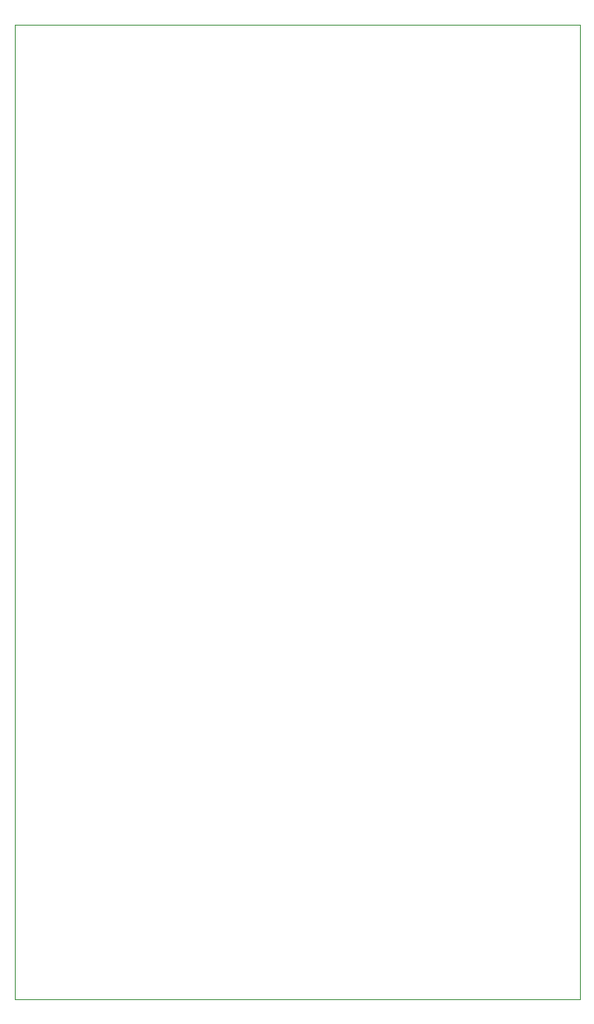
<source format=gbr>
G04 (created by PCBNEW (2013-07-07 BZR 4022)-stable) date 2014-05-25 10:59:23 PM*
%MOIN*%
G04 Gerber Fmt 3.4, Leading zero omitted, Abs format*
%FSLAX34Y34*%
G01*
G70*
G90*
G04 APERTURE LIST*
%ADD10C,0.00590551*%
%ADD11C,0.00393701*%
G04 APERTURE END LIST*
G54D10*
G54D11*
X66535Y-77755D02*
X66535Y-38385D01*
X43700Y-38385D02*
X43700Y-77755D01*
X43700Y-38385D02*
X66535Y-38385D01*
X43700Y-77755D02*
X66535Y-77755D01*
M02*

</source>
